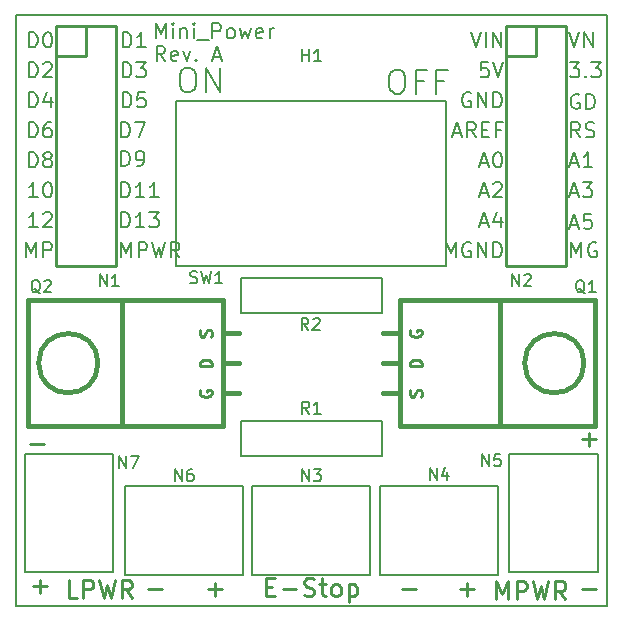
<source format=gto>
%FSLAX34Y34*%
G04 Gerber Fmt 3.4, Leading zero omitted, Abs format*
G04 (created by PCBNEW (2014-jan-25)-product) date Sat 05 Jul 2014 12:29:26 AM PDT*
%MOIN*%
G01*
G70*
G90*
G04 APERTURE LIST*
%ADD10C,0.003937*%
%ADD11C,0.010000*%
%ADD12C,0.008000*%
%ADD13C,0.015000*%
%ADD14C,0.009850*%
%ADD15C,0.009900*%
G04 APERTURE END LIST*
G54D10*
G54D11*
X46157Y-60121D02*
X46157Y-59521D01*
X46357Y-59950D01*
X46557Y-59521D01*
X46557Y-60121D01*
X46842Y-60121D02*
X46842Y-59521D01*
X47071Y-59521D01*
X47128Y-59550D01*
X47157Y-59578D01*
X47185Y-59635D01*
X47185Y-59721D01*
X47157Y-59778D01*
X47128Y-59807D01*
X47071Y-59835D01*
X46842Y-59835D01*
X47385Y-59521D02*
X47528Y-60121D01*
X47642Y-59692D01*
X47757Y-60121D01*
X47900Y-59521D01*
X48471Y-60121D02*
X48271Y-59835D01*
X48128Y-60121D02*
X48128Y-59521D01*
X48357Y-59521D01*
X48414Y-59550D01*
X48442Y-59578D01*
X48471Y-59635D01*
X48471Y-59721D01*
X48442Y-59778D01*
X48414Y-59807D01*
X48357Y-59835D01*
X48128Y-59835D01*
X32192Y-60071D02*
X31907Y-60071D01*
X31907Y-59471D01*
X32392Y-60071D02*
X32392Y-59471D01*
X32621Y-59471D01*
X32678Y-59500D01*
X32707Y-59528D01*
X32735Y-59585D01*
X32735Y-59671D01*
X32707Y-59728D01*
X32678Y-59757D01*
X32621Y-59785D01*
X32392Y-59785D01*
X32935Y-59471D02*
X33078Y-60071D01*
X33192Y-59642D01*
X33307Y-60071D01*
X33450Y-59471D01*
X34021Y-60071D02*
X33821Y-59785D01*
X33678Y-60071D02*
X33678Y-59471D01*
X33907Y-59471D01*
X33964Y-59500D01*
X33992Y-59528D01*
X34021Y-59585D01*
X34021Y-59671D01*
X33992Y-59728D01*
X33964Y-59757D01*
X33907Y-59785D01*
X33678Y-59785D01*
X38500Y-59707D02*
X38700Y-59707D01*
X38785Y-60021D02*
X38500Y-60021D01*
X38500Y-59421D01*
X38785Y-59421D01*
X39042Y-59792D02*
X39500Y-59792D01*
X39757Y-59992D02*
X39842Y-60021D01*
X39985Y-60021D01*
X40042Y-59992D01*
X40071Y-59964D01*
X40100Y-59907D01*
X40100Y-59850D01*
X40071Y-59792D01*
X40042Y-59764D01*
X39985Y-59735D01*
X39871Y-59707D01*
X39814Y-59678D01*
X39785Y-59650D01*
X39757Y-59592D01*
X39757Y-59535D01*
X39785Y-59478D01*
X39814Y-59450D01*
X39871Y-59421D01*
X40014Y-59421D01*
X40100Y-59450D01*
X40271Y-59621D02*
X40500Y-59621D01*
X40357Y-59421D02*
X40357Y-59935D01*
X40385Y-59992D01*
X40442Y-60021D01*
X40500Y-60021D01*
X40785Y-60021D02*
X40728Y-59992D01*
X40700Y-59964D01*
X40671Y-59907D01*
X40671Y-59735D01*
X40700Y-59678D01*
X40728Y-59650D01*
X40785Y-59621D01*
X40871Y-59621D01*
X40928Y-59650D01*
X40957Y-59678D01*
X40985Y-59735D01*
X40985Y-59907D01*
X40957Y-59964D01*
X40928Y-59992D01*
X40871Y-60021D01*
X40785Y-60021D01*
X41242Y-59621D02*
X41242Y-60221D01*
X41242Y-59650D02*
X41300Y-59621D01*
X41414Y-59621D01*
X41471Y-59650D01*
X41500Y-59678D01*
X41528Y-59735D01*
X41528Y-59907D01*
X41500Y-59964D01*
X41471Y-59992D01*
X41414Y-60021D01*
X41300Y-60021D01*
X41242Y-59992D01*
X43478Y-59792D02*
X43021Y-59792D01*
X49478Y-54792D02*
X49021Y-54792D01*
X49249Y-55021D02*
X49249Y-54564D01*
X49478Y-59792D02*
X49021Y-59792D01*
X45428Y-59792D02*
X44971Y-59792D01*
X45199Y-60021D02*
X45199Y-59564D01*
X35028Y-59792D02*
X34571Y-59792D01*
X37028Y-59792D02*
X36571Y-59792D01*
X36799Y-60021D02*
X36799Y-59564D01*
X31178Y-59692D02*
X30721Y-59692D01*
X30949Y-59921D02*
X30949Y-59464D01*
X31078Y-54942D02*
X30621Y-54942D01*
G54D12*
X35126Y-42176D02*
X34959Y-41938D01*
X34840Y-42176D02*
X34840Y-41676D01*
X35030Y-41676D01*
X35078Y-41700D01*
X35102Y-41723D01*
X35126Y-41771D01*
X35126Y-41842D01*
X35102Y-41890D01*
X35078Y-41914D01*
X35030Y-41938D01*
X34840Y-41938D01*
X35530Y-42152D02*
X35483Y-42176D01*
X35388Y-42176D01*
X35340Y-42152D01*
X35316Y-42104D01*
X35316Y-41914D01*
X35340Y-41866D01*
X35388Y-41842D01*
X35483Y-41842D01*
X35530Y-41866D01*
X35554Y-41914D01*
X35554Y-41961D01*
X35316Y-42009D01*
X35721Y-41842D02*
X35840Y-42176D01*
X35959Y-41842D01*
X36150Y-42128D02*
X36173Y-42152D01*
X36150Y-42176D01*
X36126Y-42152D01*
X36150Y-42128D01*
X36150Y-42176D01*
X36745Y-42033D02*
X36983Y-42033D01*
X36697Y-42176D02*
X36864Y-41676D01*
X37030Y-42176D01*
X42788Y-42461D02*
X42940Y-42461D01*
X43016Y-42500D01*
X43092Y-42576D01*
X43130Y-42728D01*
X43130Y-42995D01*
X43092Y-43147D01*
X43016Y-43223D01*
X42940Y-43261D01*
X42788Y-43261D01*
X42711Y-43223D01*
X42635Y-43147D01*
X42597Y-42995D01*
X42597Y-42728D01*
X42635Y-42576D01*
X42711Y-42500D01*
X42788Y-42461D01*
X43740Y-42842D02*
X43473Y-42842D01*
X43473Y-43261D02*
X43473Y-42461D01*
X43854Y-42461D01*
X44426Y-42842D02*
X44159Y-42842D01*
X44159Y-43261D02*
X44159Y-42461D01*
X44540Y-42461D01*
X35804Y-42411D02*
X35957Y-42411D01*
X36033Y-42450D01*
X36109Y-42526D01*
X36147Y-42678D01*
X36147Y-42945D01*
X36109Y-43097D01*
X36033Y-43173D01*
X35957Y-43211D01*
X35804Y-43211D01*
X35728Y-43173D01*
X35652Y-43097D01*
X35614Y-42945D01*
X35614Y-42678D01*
X35652Y-42526D01*
X35728Y-42450D01*
X35804Y-42411D01*
X36490Y-43211D02*
X36490Y-42411D01*
X36947Y-43211D01*
X36947Y-42411D01*
X34821Y-41426D02*
X34821Y-40926D01*
X34988Y-41283D01*
X35154Y-40926D01*
X35154Y-41426D01*
X35392Y-41426D02*
X35392Y-41092D01*
X35392Y-40926D02*
X35369Y-40950D01*
X35392Y-40973D01*
X35416Y-40950D01*
X35392Y-40926D01*
X35392Y-40973D01*
X35630Y-41092D02*
X35630Y-41426D01*
X35630Y-41140D02*
X35654Y-41116D01*
X35702Y-41092D01*
X35773Y-41092D01*
X35821Y-41116D01*
X35845Y-41164D01*
X35845Y-41426D01*
X36083Y-41426D02*
X36083Y-41092D01*
X36083Y-40926D02*
X36059Y-40950D01*
X36083Y-40973D01*
X36107Y-40950D01*
X36083Y-40926D01*
X36083Y-40973D01*
X36202Y-41473D02*
X36583Y-41473D01*
X36702Y-41426D02*
X36702Y-40926D01*
X36892Y-40926D01*
X36940Y-40950D01*
X36964Y-40973D01*
X36988Y-41021D01*
X36988Y-41092D01*
X36964Y-41140D01*
X36940Y-41164D01*
X36892Y-41188D01*
X36702Y-41188D01*
X37273Y-41426D02*
X37226Y-41402D01*
X37202Y-41378D01*
X37178Y-41330D01*
X37178Y-41188D01*
X37202Y-41140D01*
X37226Y-41116D01*
X37273Y-41092D01*
X37345Y-41092D01*
X37392Y-41116D01*
X37416Y-41140D01*
X37440Y-41188D01*
X37440Y-41330D01*
X37416Y-41378D01*
X37392Y-41402D01*
X37345Y-41426D01*
X37273Y-41426D01*
X37607Y-41092D02*
X37702Y-41426D01*
X37797Y-41188D01*
X37892Y-41426D01*
X37988Y-41092D01*
X38369Y-41402D02*
X38321Y-41426D01*
X38226Y-41426D01*
X38178Y-41402D01*
X38154Y-41354D01*
X38154Y-41164D01*
X38178Y-41116D01*
X38226Y-41092D01*
X38321Y-41092D01*
X38369Y-41116D01*
X38392Y-41164D01*
X38392Y-41211D01*
X38154Y-41259D01*
X38607Y-41426D02*
X38607Y-41092D01*
X38607Y-41188D02*
X38630Y-41140D01*
X38654Y-41116D01*
X38702Y-41092D01*
X38750Y-41092D01*
X48645Y-47633D02*
X48883Y-47633D01*
X48597Y-47776D02*
X48764Y-47276D01*
X48930Y-47776D01*
X49335Y-47276D02*
X49097Y-47276D01*
X49073Y-47514D01*
X49097Y-47490D01*
X49145Y-47466D01*
X49264Y-47466D01*
X49311Y-47490D01*
X49335Y-47514D01*
X49359Y-47561D01*
X49359Y-47680D01*
X49335Y-47728D01*
X49311Y-47752D01*
X49264Y-47776D01*
X49145Y-47776D01*
X49097Y-47752D01*
X49073Y-47728D01*
X48645Y-46583D02*
X48883Y-46583D01*
X48597Y-46726D02*
X48764Y-46226D01*
X48930Y-46726D01*
X49050Y-46226D02*
X49359Y-46226D01*
X49192Y-46416D01*
X49264Y-46416D01*
X49311Y-46440D01*
X49335Y-46464D01*
X49359Y-46511D01*
X49359Y-46630D01*
X49335Y-46678D01*
X49311Y-46702D01*
X49264Y-46726D01*
X49121Y-46726D01*
X49073Y-46702D01*
X49050Y-46678D01*
X48645Y-45583D02*
X48883Y-45583D01*
X48597Y-45726D02*
X48764Y-45226D01*
X48930Y-45726D01*
X49359Y-45726D02*
X49073Y-45726D01*
X49216Y-45726D02*
X49216Y-45226D01*
X49169Y-45297D01*
X49121Y-45345D01*
X49073Y-45369D01*
X48954Y-44726D02*
X48788Y-44488D01*
X48669Y-44726D02*
X48669Y-44226D01*
X48859Y-44226D01*
X48907Y-44250D01*
X48930Y-44273D01*
X48954Y-44321D01*
X48954Y-44392D01*
X48930Y-44440D01*
X48907Y-44464D01*
X48859Y-44488D01*
X48669Y-44488D01*
X49145Y-44702D02*
X49216Y-44726D01*
X49335Y-44726D01*
X49383Y-44702D01*
X49407Y-44678D01*
X49430Y-44630D01*
X49430Y-44583D01*
X49407Y-44535D01*
X49383Y-44511D01*
X49335Y-44488D01*
X49240Y-44464D01*
X49192Y-44440D01*
X49169Y-44416D01*
X49145Y-44369D01*
X49145Y-44321D01*
X49169Y-44273D01*
X49192Y-44250D01*
X49240Y-44226D01*
X49359Y-44226D01*
X49430Y-44250D01*
X48930Y-43300D02*
X48883Y-43276D01*
X48811Y-43276D01*
X48740Y-43300D01*
X48692Y-43347D01*
X48669Y-43395D01*
X48645Y-43490D01*
X48645Y-43561D01*
X48669Y-43657D01*
X48692Y-43704D01*
X48740Y-43752D01*
X48811Y-43776D01*
X48859Y-43776D01*
X48930Y-43752D01*
X48954Y-43728D01*
X48954Y-43561D01*
X48859Y-43561D01*
X49169Y-43776D02*
X49169Y-43276D01*
X49288Y-43276D01*
X49359Y-43300D01*
X49407Y-43347D01*
X49430Y-43395D01*
X49454Y-43490D01*
X49454Y-43561D01*
X49430Y-43657D01*
X49407Y-43704D01*
X49359Y-43752D01*
X49288Y-43776D01*
X49169Y-43776D01*
X48621Y-42226D02*
X48930Y-42226D01*
X48764Y-42416D01*
X48835Y-42416D01*
X48883Y-42440D01*
X48907Y-42464D01*
X48930Y-42511D01*
X48930Y-42630D01*
X48907Y-42678D01*
X48883Y-42702D01*
X48835Y-42726D01*
X48692Y-42726D01*
X48645Y-42702D01*
X48621Y-42678D01*
X49145Y-42678D02*
X49169Y-42702D01*
X49145Y-42726D01*
X49121Y-42702D01*
X49145Y-42678D01*
X49145Y-42726D01*
X49335Y-42226D02*
X49645Y-42226D01*
X49478Y-42416D01*
X49550Y-42416D01*
X49597Y-42440D01*
X49621Y-42464D01*
X49645Y-42511D01*
X49645Y-42630D01*
X49621Y-42678D01*
X49597Y-42702D01*
X49550Y-42726D01*
X49407Y-42726D01*
X49359Y-42702D01*
X49335Y-42678D01*
X48597Y-41226D02*
X48764Y-41726D01*
X48930Y-41226D01*
X49097Y-41726D02*
X49097Y-41226D01*
X49383Y-41726D01*
X49383Y-41226D01*
X48669Y-48726D02*
X48669Y-48226D01*
X48835Y-48583D01*
X49002Y-48226D01*
X49002Y-48726D01*
X49502Y-48250D02*
X49454Y-48226D01*
X49383Y-48226D01*
X49311Y-48250D01*
X49264Y-48297D01*
X49240Y-48345D01*
X49216Y-48440D01*
X49216Y-48511D01*
X49240Y-48607D01*
X49264Y-48654D01*
X49311Y-48702D01*
X49383Y-48726D01*
X49430Y-48726D01*
X49502Y-48702D01*
X49526Y-48678D01*
X49526Y-48511D01*
X49430Y-48511D01*
X33669Y-48726D02*
X33669Y-48226D01*
X33835Y-48583D01*
X34002Y-48226D01*
X34002Y-48726D01*
X34240Y-48726D02*
X34240Y-48226D01*
X34430Y-48226D01*
X34478Y-48250D01*
X34502Y-48273D01*
X34526Y-48321D01*
X34526Y-48392D01*
X34502Y-48440D01*
X34478Y-48464D01*
X34430Y-48488D01*
X34240Y-48488D01*
X34692Y-48226D02*
X34811Y-48726D01*
X34907Y-48369D01*
X35002Y-48726D01*
X35121Y-48226D01*
X35597Y-48726D02*
X35430Y-48488D01*
X35311Y-48726D02*
X35311Y-48226D01*
X35502Y-48226D01*
X35550Y-48250D01*
X35573Y-48273D01*
X35597Y-48321D01*
X35597Y-48392D01*
X35573Y-48440D01*
X35550Y-48464D01*
X35502Y-48488D01*
X35311Y-48488D01*
X33669Y-47726D02*
X33669Y-47226D01*
X33788Y-47226D01*
X33859Y-47250D01*
X33907Y-47297D01*
X33930Y-47345D01*
X33954Y-47440D01*
X33954Y-47511D01*
X33930Y-47607D01*
X33907Y-47654D01*
X33859Y-47702D01*
X33788Y-47726D01*
X33669Y-47726D01*
X34430Y-47726D02*
X34145Y-47726D01*
X34288Y-47726D02*
X34288Y-47226D01*
X34240Y-47297D01*
X34192Y-47345D01*
X34145Y-47369D01*
X34597Y-47226D02*
X34907Y-47226D01*
X34740Y-47416D01*
X34811Y-47416D01*
X34859Y-47440D01*
X34883Y-47464D01*
X34907Y-47511D01*
X34907Y-47630D01*
X34883Y-47678D01*
X34859Y-47702D01*
X34811Y-47726D01*
X34669Y-47726D01*
X34621Y-47702D01*
X34597Y-47678D01*
X33669Y-46726D02*
X33669Y-46226D01*
X33788Y-46226D01*
X33859Y-46250D01*
X33907Y-46297D01*
X33930Y-46345D01*
X33954Y-46440D01*
X33954Y-46511D01*
X33930Y-46607D01*
X33907Y-46654D01*
X33859Y-46702D01*
X33788Y-46726D01*
X33669Y-46726D01*
X34430Y-46726D02*
X34145Y-46726D01*
X34288Y-46726D02*
X34288Y-46226D01*
X34240Y-46297D01*
X34192Y-46345D01*
X34145Y-46369D01*
X34907Y-46726D02*
X34621Y-46726D01*
X34764Y-46726D02*
X34764Y-46226D01*
X34716Y-46297D01*
X34669Y-46345D01*
X34621Y-46369D01*
X33669Y-45676D02*
X33669Y-45176D01*
X33788Y-45176D01*
X33859Y-45200D01*
X33907Y-45247D01*
X33930Y-45295D01*
X33954Y-45390D01*
X33954Y-45461D01*
X33930Y-45557D01*
X33907Y-45604D01*
X33859Y-45652D01*
X33788Y-45676D01*
X33669Y-45676D01*
X34192Y-45676D02*
X34288Y-45676D01*
X34335Y-45652D01*
X34359Y-45628D01*
X34407Y-45557D01*
X34430Y-45461D01*
X34430Y-45271D01*
X34407Y-45223D01*
X34383Y-45200D01*
X34335Y-45176D01*
X34240Y-45176D01*
X34192Y-45200D01*
X34169Y-45223D01*
X34145Y-45271D01*
X34145Y-45390D01*
X34169Y-45438D01*
X34192Y-45461D01*
X34240Y-45485D01*
X34335Y-45485D01*
X34383Y-45461D01*
X34407Y-45438D01*
X34430Y-45390D01*
X33669Y-44726D02*
X33669Y-44226D01*
X33788Y-44226D01*
X33859Y-44250D01*
X33907Y-44297D01*
X33930Y-44345D01*
X33954Y-44440D01*
X33954Y-44511D01*
X33930Y-44607D01*
X33907Y-44654D01*
X33859Y-44702D01*
X33788Y-44726D01*
X33669Y-44726D01*
X34121Y-44226D02*
X34454Y-44226D01*
X34240Y-44726D01*
X33719Y-43726D02*
X33719Y-43226D01*
X33838Y-43226D01*
X33909Y-43250D01*
X33957Y-43297D01*
X33980Y-43345D01*
X34004Y-43440D01*
X34004Y-43511D01*
X33980Y-43607D01*
X33957Y-43654D01*
X33909Y-43702D01*
X33838Y-43726D01*
X33719Y-43726D01*
X34457Y-43226D02*
X34219Y-43226D01*
X34195Y-43464D01*
X34219Y-43440D01*
X34266Y-43416D01*
X34385Y-43416D01*
X34433Y-43440D01*
X34457Y-43464D01*
X34480Y-43511D01*
X34480Y-43630D01*
X34457Y-43678D01*
X34433Y-43702D01*
X34385Y-43726D01*
X34266Y-43726D01*
X34219Y-43702D01*
X34195Y-43678D01*
X33719Y-42726D02*
X33719Y-42226D01*
X33838Y-42226D01*
X33909Y-42250D01*
X33957Y-42297D01*
X33980Y-42345D01*
X34004Y-42440D01*
X34004Y-42511D01*
X33980Y-42607D01*
X33957Y-42654D01*
X33909Y-42702D01*
X33838Y-42726D01*
X33719Y-42726D01*
X34171Y-42226D02*
X34480Y-42226D01*
X34314Y-42416D01*
X34385Y-42416D01*
X34433Y-42440D01*
X34457Y-42464D01*
X34480Y-42511D01*
X34480Y-42630D01*
X34457Y-42678D01*
X34433Y-42702D01*
X34385Y-42726D01*
X34242Y-42726D01*
X34195Y-42702D01*
X34171Y-42678D01*
X33719Y-41726D02*
X33719Y-41226D01*
X33838Y-41226D01*
X33909Y-41250D01*
X33957Y-41297D01*
X33980Y-41345D01*
X34004Y-41440D01*
X34004Y-41511D01*
X33980Y-41607D01*
X33957Y-41654D01*
X33909Y-41702D01*
X33838Y-41726D01*
X33719Y-41726D01*
X34480Y-41726D02*
X34195Y-41726D01*
X34338Y-41726D02*
X34338Y-41226D01*
X34290Y-41297D01*
X34242Y-41345D01*
X34195Y-41369D01*
X44473Y-48726D02*
X44473Y-48226D01*
X44640Y-48583D01*
X44807Y-48226D01*
X44807Y-48726D01*
X45307Y-48250D02*
X45259Y-48226D01*
X45188Y-48226D01*
X45116Y-48250D01*
X45069Y-48297D01*
X45045Y-48345D01*
X45021Y-48440D01*
X45021Y-48511D01*
X45045Y-48607D01*
X45069Y-48654D01*
X45116Y-48702D01*
X45188Y-48726D01*
X45235Y-48726D01*
X45307Y-48702D01*
X45330Y-48678D01*
X45330Y-48511D01*
X45235Y-48511D01*
X45545Y-48726D02*
X45545Y-48226D01*
X45830Y-48726D01*
X45830Y-48226D01*
X46069Y-48726D02*
X46069Y-48226D01*
X46188Y-48226D01*
X46259Y-48250D01*
X46307Y-48297D01*
X46330Y-48345D01*
X46354Y-48440D01*
X46354Y-48511D01*
X46330Y-48607D01*
X46307Y-48654D01*
X46259Y-48702D01*
X46188Y-48726D01*
X46069Y-48726D01*
X45640Y-47583D02*
X45878Y-47583D01*
X45592Y-47726D02*
X45759Y-47226D01*
X45926Y-47726D01*
X46307Y-47392D02*
X46307Y-47726D01*
X46188Y-47202D02*
X46069Y-47559D01*
X46378Y-47559D01*
X45640Y-46583D02*
X45878Y-46583D01*
X45592Y-46726D02*
X45759Y-46226D01*
X45926Y-46726D01*
X46069Y-46273D02*
X46092Y-46250D01*
X46140Y-46226D01*
X46259Y-46226D01*
X46307Y-46250D01*
X46330Y-46273D01*
X46354Y-46321D01*
X46354Y-46369D01*
X46330Y-46440D01*
X46045Y-46726D01*
X46354Y-46726D01*
X45640Y-45583D02*
X45878Y-45583D01*
X45592Y-45726D02*
X45759Y-45226D01*
X45926Y-45726D01*
X46188Y-45226D02*
X46235Y-45226D01*
X46283Y-45250D01*
X46307Y-45273D01*
X46330Y-45321D01*
X46354Y-45416D01*
X46354Y-45535D01*
X46330Y-45630D01*
X46307Y-45678D01*
X46283Y-45702D01*
X46235Y-45726D01*
X46188Y-45726D01*
X46140Y-45702D01*
X46116Y-45678D01*
X46092Y-45630D01*
X46069Y-45535D01*
X46069Y-45416D01*
X46092Y-45321D01*
X46116Y-45273D01*
X46140Y-45250D01*
X46188Y-45226D01*
X44735Y-44583D02*
X44973Y-44583D01*
X44688Y-44726D02*
X44854Y-44226D01*
X45021Y-44726D01*
X45473Y-44726D02*
X45307Y-44488D01*
X45188Y-44726D02*
X45188Y-44226D01*
X45378Y-44226D01*
X45426Y-44250D01*
X45450Y-44273D01*
X45473Y-44321D01*
X45473Y-44392D01*
X45450Y-44440D01*
X45426Y-44464D01*
X45378Y-44488D01*
X45188Y-44488D01*
X45688Y-44464D02*
X45854Y-44464D01*
X45926Y-44726D02*
X45688Y-44726D01*
X45688Y-44226D01*
X45926Y-44226D01*
X46307Y-44464D02*
X46140Y-44464D01*
X46140Y-44726D02*
X46140Y-44226D01*
X46378Y-44226D01*
X45307Y-43250D02*
X45259Y-43226D01*
X45188Y-43226D01*
X45116Y-43250D01*
X45069Y-43297D01*
X45045Y-43345D01*
X45021Y-43440D01*
X45021Y-43511D01*
X45045Y-43607D01*
X45069Y-43654D01*
X45116Y-43702D01*
X45188Y-43726D01*
X45235Y-43726D01*
X45307Y-43702D01*
X45330Y-43678D01*
X45330Y-43511D01*
X45235Y-43511D01*
X45545Y-43726D02*
X45545Y-43226D01*
X45830Y-43726D01*
X45830Y-43226D01*
X46069Y-43726D02*
X46069Y-43226D01*
X46188Y-43226D01*
X46259Y-43250D01*
X46307Y-43297D01*
X46330Y-43345D01*
X46354Y-43440D01*
X46354Y-43511D01*
X46330Y-43607D01*
X46307Y-43654D01*
X46259Y-43702D01*
X46188Y-43726D01*
X46069Y-43726D01*
X45902Y-42226D02*
X45664Y-42226D01*
X45640Y-42464D01*
X45664Y-42440D01*
X45711Y-42416D01*
X45830Y-42416D01*
X45878Y-42440D01*
X45902Y-42464D01*
X45926Y-42511D01*
X45926Y-42630D01*
X45902Y-42678D01*
X45878Y-42702D01*
X45830Y-42726D01*
X45711Y-42726D01*
X45664Y-42702D01*
X45640Y-42678D01*
X46069Y-42226D02*
X46235Y-42726D01*
X46402Y-42226D01*
X45307Y-41226D02*
X45473Y-41726D01*
X45640Y-41226D01*
X45807Y-41726D02*
X45807Y-41226D01*
X46045Y-41726D02*
X46045Y-41226D01*
X46330Y-41726D01*
X46330Y-41226D01*
X30497Y-48726D02*
X30497Y-48226D01*
X30664Y-48583D01*
X30830Y-48226D01*
X30830Y-48726D01*
X31069Y-48726D02*
X31069Y-48226D01*
X31259Y-48226D01*
X31307Y-48250D01*
X31330Y-48273D01*
X31354Y-48321D01*
X31354Y-48392D01*
X31330Y-48440D01*
X31307Y-48464D01*
X31259Y-48488D01*
X31069Y-48488D01*
X30878Y-47726D02*
X30592Y-47726D01*
X30735Y-47726D02*
X30735Y-47226D01*
X30688Y-47297D01*
X30640Y-47345D01*
X30592Y-47369D01*
X31069Y-47273D02*
X31092Y-47250D01*
X31140Y-47226D01*
X31259Y-47226D01*
X31307Y-47250D01*
X31330Y-47273D01*
X31354Y-47321D01*
X31354Y-47369D01*
X31330Y-47440D01*
X31045Y-47726D01*
X31354Y-47726D01*
X30878Y-46726D02*
X30592Y-46726D01*
X30735Y-46726D02*
X30735Y-46226D01*
X30688Y-46297D01*
X30640Y-46345D01*
X30592Y-46369D01*
X31188Y-46226D02*
X31235Y-46226D01*
X31283Y-46250D01*
X31307Y-46273D01*
X31330Y-46321D01*
X31354Y-46416D01*
X31354Y-46535D01*
X31330Y-46630D01*
X31307Y-46678D01*
X31283Y-46702D01*
X31235Y-46726D01*
X31188Y-46726D01*
X31140Y-46702D01*
X31116Y-46678D01*
X31092Y-46630D01*
X31069Y-46535D01*
X31069Y-46416D01*
X31092Y-46321D01*
X31116Y-46273D01*
X31140Y-46250D01*
X31188Y-46226D01*
X30592Y-45726D02*
X30592Y-45226D01*
X30711Y-45226D01*
X30783Y-45250D01*
X30830Y-45297D01*
X30854Y-45345D01*
X30878Y-45440D01*
X30878Y-45511D01*
X30854Y-45607D01*
X30830Y-45654D01*
X30783Y-45702D01*
X30711Y-45726D01*
X30592Y-45726D01*
X31164Y-45440D02*
X31116Y-45416D01*
X31092Y-45392D01*
X31069Y-45345D01*
X31069Y-45321D01*
X31092Y-45273D01*
X31116Y-45250D01*
X31164Y-45226D01*
X31259Y-45226D01*
X31307Y-45250D01*
X31330Y-45273D01*
X31354Y-45321D01*
X31354Y-45345D01*
X31330Y-45392D01*
X31307Y-45416D01*
X31259Y-45440D01*
X31164Y-45440D01*
X31116Y-45464D01*
X31092Y-45488D01*
X31069Y-45535D01*
X31069Y-45630D01*
X31092Y-45678D01*
X31116Y-45702D01*
X31164Y-45726D01*
X31259Y-45726D01*
X31307Y-45702D01*
X31330Y-45678D01*
X31354Y-45630D01*
X31354Y-45535D01*
X31330Y-45488D01*
X31307Y-45464D01*
X31259Y-45440D01*
X30592Y-44726D02*
X30592Y-44226D01*
X30711Y-44226D01*
X30783Y-44250D01*
X30830Y-44297D01*
X30854Y-44345D01*
X30878Y-44440D01*
X30878Y-44511D01*
X30854Y-44607D01*
X30830Y-44654D01*
X30783Y-44702D01*
X30711Y-44726D01*
X30592Y-44726D01*
X31307Y-44226D02*
X31211Y-44226D01*
X31164Y-44250D01*
X31140Y-44273D01*
X31092Y-44345D01*
X31069Y-44440D01*
X31069Y-44630D01*
X31092Y-44678D01*
X31116Y-44702D01*
X31164Y-44726D01*
X31259Y-44726D01*
X31307Y-44702D01*
X31330Y-44678D01*
X31354Y-44630D01*
X31354Y-44511D01*
X31330Y-44464D01*
X31307Y-44440D01*
X31259Y-44416D01*
X31164Y-44416D01*
X31116Y-44440D01*
X31092Y-44464D01*
X31069Y-44511D01*
X30592Y-43726D02*
X30592Y-43226D01*
X30711Y-43226D01*
X30783Y-43250D01*
X30830Y-43297D01*
X30854Y-43345D01*
X30878Y-43440D01*
X30878Y-43511D01*
X30854Y-43607D01*
X30830Y-43654D01*
X30783Y-43702D01*
X30711Y-43726D01*
X30592Y-43726D01*
X31307Y-43392D02*
X31307Y-43726D01*
X31188Y-43202D02*
X31069Y-43559D01*
X31378Y-43559D01*
X30592Y-42726D02*
X30592Y-42226D01*
X30711Y-42226D01*
X30783Y-42250D01*
X30830Y-42297D01*
X30854Y-42345D01*
X30878Y-42440D01*
X30878Y-42511D01*
X30854Y-42607D01*
X30830Y-42654D01*
X30783Y-42702D01*
X30711Y-42726D01*
X30592Y-42726D01*
X31069Y-42273D02*
X31092Y-42250D01*
X31140Y-42226D01*
X31259Y-42226D01*
X31307Y-42250D01*
X31330Y-42273D01*
X31354Y-42321D01*
X31354Y-42369D01*
X31330Y-42440D01*
X31045Y-42726D01*
X31354Y-42726D01*
X30592Y-41726D02*
X30592Y-41226D01*
X30711Y-41226D01*
X30783Y-41250D01*
X30830Y-41297D01*
X30854Y-41345D01*
X30878Y-41440D01*
X30878Y-41511D01*
X30854Y-41607D01*
X30830Y-41654D01*
X30783Y-41702D01*
X30711Y-41726D01*
X30592Y-41726D01*
X31188Y-41226D02*
X31235Y-41226D01*
X31283Y-41250D01*
X31307Y-41273D01*
X31330Y-41321D01*
X31354Y-41416D01*
X31354Y-41535D01*
X31330Y-41630D01*
X31307Y-41678D01*
X31283Y-41702D01*
X31235Y-41726D01*
X31188Y-41726D01*
X31140Y-41702D01*
X31116Y-41678D01*
X31092Y-41630D01*
X31069Y-41535D01*
X31069Y-41416D01*
X31092Y-41321D01*
X31116Y-41273D01*
X31140Y-41250D01*
X31188Y-41226D01*
X49842Y-40657D02*
X49842Y-60342D01*
X49842Y-60342D02*
X30157Y-60342D01*
X30157Y-40657D02*
X30157Y-60342D01*
X30157Y-40657D02*
X49842Y-40657D01*
G54D11*
X33500Y-49000D02*
X33500Y-41000D01*
X31500Y-42000D02*
X31500Y-49000D01*
X33500Y-49000D02*
X31500Y-49000D01*
X33500Y-41000D02*
X32500Y-41000D01*
X31500Y-41000D02*
X31500Y-42000D01*
X32500Y-41000D02*
X32500Y-42000D01*
X32500Y-42000D02*
X31500Y-42000D01*
X31500Y-41000D02*
X32500Y-41000D01*
X48500Y-49000D02*
X48500Y-41000D01*
X46500Y-42000D02*
X46500Y-49000D01*
X48500Y-49000D02*
X46500Y-49000D01*
X48500Y-41000D02*
X47500Y-41000D01*
X46500Y-41000D02*
X46500Y-42000D01*
X47500Y-41000D02*
X47500Y-42000D01*
X47500Y-42000D02*
X46500Y-42000D01*
X46500Y-41000D02*
X47500Y-41000D01*
G54D12*
X46596Y-59218D02*
X49549Y-59218D01*
X49549Y-59218D02*
X49549Y-55281D01*
X49549Y-55281D02*
X46596Y-55281D01*
X46596Y-55281D02*
X46596Y-59218D01*
X33781Y-56346D02*
X33781Y-59299D01*
X33781Y-59299D02*
X37718Y-59299D01*
X37718Y-59299D02*
X37718Y-56346D01*
X37718Y-56346D02*
X33781Y-56346D01*
X33403Y-55281D02*
X30450Y-55281D01*
X30450Y-55281D02*
X30450Y-59218D01*
X30450Y-59218D02*
X33403Y-59218D01*
X33403Y-59218D02*
X33403Y-55281D01*
G54D13*
X42950Y-51250D02*
X42400Y-51250D01*
X42950Y-52250D02*
X42400Y-52250D01*
X42950Y-53250D02*
X42400Y-53250D01*
X49089Y-52250D02*
G75*
G03X49089Y-52250I-989J0D01*
G74*
G01*
X46300Y-54350D02*
X49450Y-54350D01*
X49450Y-54350D02*
X49450Y-50150D01*
X49450Y-50150D02*
X46300Y-50150D01*
X42950Y-54350D02*
X46300Y-54350D01*
X46300Y-54350D02*
X46300Y-50150D01*
X46300Y-50150D02*
X42950Y-50150D01*
X42950Y-52250D02*
X42950Y-50150D01*
X42950Y-52250D02*
X42950Y-54350D01*
X37050Y-53250D02*
X37600Y-53250D01*
X37050Y-52250D02*
X37600Y-52250D01*
X37050Y-51250D02*
X37600Y-51250D01*
X32889Y-52250D02*
G75*
G03X32889Y-52250I-989J0D01*
G74*
G01*
X33700Y-50150D02*
X30550Y-50150D01*
X30550Y-50150D02*
X30550Y-54350D01*
X30550Y-54350D02*
X33700Y-54350D01*
X37050Y-50150D02*
X33700Y-50150D01*
X33700Y-50150D02*
X33700Y-54350D01*
X33700Y-54350D02*
X37050Y-54350D01*
X37050Y-52250D02*
X37050Y-54350D01*
X37050Y-52250D02*
X37050Y-50150D01*
G54D12*
X42360Y-54160D02*
X37640Y-54160D01*
X37640Y-54160D02*
X37640Y-55340D01*
X37640Y-55340D02*
X42360Y-55340D01*
X42360Y-55340D02*
X42360Y-54160D01*
X42360Y-49410D02*
X37640Y-49410D01*
X37640Y-49410D02*
X37640Y-50590D01*
X37640Y-50590D02*
X42360Y-50590D01*
X42360Y-50590D02*
X42360Y-49410D01*
X35500Y-43500D02*
X35500Y-49000D01*
X35500Y-49000D02*
X44500Y-49000D01*
X44500Y-49000D02*
X44500Y-43500D01*
X44500Y-43500D02*
X35500Y-43500D01*
X38031Y-56346D02*
X38031Y-59299D01*
X38031Y-59299D02*
X41968Y-59299D01*
X41968Y-59299D02*
X41968Y-56346D01*
X41968Y-56346D02*
X38031Y-56346D01*
X42281Y-56346D02*
X42281Y-59299D01*
X42281Y-59299D02*
X46218Y-59299D01*
X46218Y-59299D02*
X46218Y-56346D01*
X46218Y-56346D02*
X42281Y-56346D01*
X39695Y-42180D02*
X39695Y-41780D01*
X39695Y-41971D02*
X39923Y-41971D01*
X39923Y-42180D02*
X39923Y-41780D01*
X40323Y-42180D02*
X40095Y-42180D01*
X40209Y-42180D02*
X40209Y-41780D01*
X40171Y-41838D01*
X40133Y-41876D01*
X40095Y-41895D01*
X32945Y-49680D02*
X32945Y-49280D01*
X33173Y-49680D01*
X33173Y-49280D01*
X33573Y-49680D02*
X33345Y-49680D01*
X33459Y-49680D02*
X33459Y-49280D01*
X33421Y-49338D01*
X33383Y-49376D01*
X33345Y-49395D01*
X46695Y-49680D02*
X46695Y-49280D01*
X46923Y-49680D01*
X46923Y-49280D01*
X47095Y-49319D02*
X47114Y-49300D01*
X47152Y-49280D01*
X47247Y-49280D01*
X47285Y-49300D01*
X47304Y-49319D01*
X47323Y-49357D01*
X47323Y-49395D01*
X47304Y-49452D01*
X47076Y-49680D01*
X47323Y-49680D01*
X45695Y-55680D02*
X45695Y-55280D01*
X45923Y-55680D01*
X45923Y-55280D01*
X46304Y-55280D02*
X46114Y-55280D01*
X46095Y-55471D01*
X46114Y-55452D01*
X46152Y-55433D01*
X46247Y-55433D01*
X46285Y-55452D01*
X46304Y-55471D01*
X46323Y-55509D01*
X46323Y-55604D01*
X46304Y-55642D01*
X46285Y-55661D01*
X46247Y-55680D01*
X46152Y-55680D01*
X46114Y-55661D01*
X46095Y-55642D01*
X35445Y-56180D02*
X35445Y-55780D01*
X35673Y-56180D01*
X35673Y-55780D01*
X36035Y-55780D02*
X35959Y-55780D01*
X35921Y-55800D01*
X35902Y-55819D01*
X35864Y-55876D01*
X35845Y-55952D01*
X35845Y-56104D01*
X35864Y-56142D01*
X35883Y-56161D01*
X35921Y-56180D01*
X35997Y-56180D01*
X36035Y-56161D01*
X36054Y-56142D01*
X36073Y-56104D01*
X36073Y-56009D01*
X36054Y-55971D01*
X36035Y-55952D01*
X35997Y-55933D01*
X35921Y-55933D01*
X35883Y-55952D01*
X35864Y-55971D01*
X35845Y-56009D01*
X33595Y-55730D02*
X33595Y-55330D01*
X33823Y-55730D01*
X33823Y-55330D01*
X33976Y-55330D02*
X34242Y-55330D01*
X34071Y-55730D01*
X49111Y-49919D02*
X49073Y-49900D01*
X49035Y-49861D01*
X48978Y-49804D01*
X48940Y-49785D01*
X48902Y-49785D01*
X48921Y-49880D02*
X48883Y-49861D01*
X48845Y-49823D01*
X48826Y-49747D01*
X48826Y-49614D01*
X48845Y-49538D01*
X48883Y-49500D01*
X48921Y-49480D01*
X48997Y-49480D01*
X49035Y-49500D01*
X49073Y-49538D01*
X49092Y-49614D01*
X49092Y-49747D01*
X49073Y-49823D01*
X49035Y-49861D01*
X48997Y-49880D01*
X48921Y-49880D01*
X49473Y-49880D02*
X49245Y-49880D01*
X49359Y-49880D02*
X49359Y-49480D01*
X49321Y-49538D01*
X49283Y-49576D01*
X49245Y-49595D01*
G54D14*
X43303Y-51146D02*
X43284Y-51184D01*
X43284Y-51240D01*
X43303Y-51296D01*
X43340Y-51334D01*
X43378Y-51353D01*
X43453Y-51371D01*
X43509Y-51371D01*
X43584Y-51353D01*
X43621Y-51334D01*
X43659Y-51296D01*
X43678Y-51240D01*
X43678Y-51203D01*
X43659Y-51146D01*
X43640Y-51128D01*
X43509Y-51128D01*
X43509Y-51203D01*
G54D15*
G54D14*
X43659Y-53362D02*
X43678Y-53306D01*
X43678Y-53212D01*
X43659Y-53174D01*
X43640Y-53156D01*
X43603Y-53137D01*
X43565Y-53137D01*
X43528Y-53156D01*
X43509Y-53174D01*
X43490Y-53212D01*
X43471Y-53287D01*
X43453Y-53325D01*
X43434Y-53343D01*
X43396Y-53362D01*
X43359Y-53362D01*
X43321Y-53343D01*
X43303Y-53325D01*
X43284Y-53287D01*
X43284Y-53193D01*
X43303Y-53137D01*
G54D15*
G54D14*
X43678Y-52353D02*
X43284Y-52353D01*
X43284Y-52259D01*
X43303Y-52203D01*
X43340Y-52165D01*
X43378Y-52146D01*
X43453Y-52128D01*
X43509Y-52128D01*
X43584Y-52146D01*
X43621Y-52165D01*
X43659Y-52203D01*
X43678Y-52259D01*
X43678Y-52353D01*
G54D15*
G54D12*
X30961Y-49919D02*
X30923Y-49900D01*
X30885Y-49861D01*
X30828Y-49804D01*
X30790Y-49785D01*
X30752Y-49785D01*
X30771Y-49880D02*
X30733Y-49861D01*
X30695Y-49823D01*
X30676Y-49747D01*
X30676Y-49614D01*
X30695Y-49538D01*
X30733Y-49500D01*
X30771Y-49480D01*
X30847Y-49480D01*
X30885Y-49500D01*
X30923Y-49538D01*
X30942Y-49614D01*
X30942Y-49747D01*
X30923Y-49823D01*
X30885Y-49861D01*
X30847Y-49880D01*
X30771Y-49880D01*
X31095Y-49519D02*
X31114Y-49500D01*
X31152Y-49480D01*
X31247Y-49480D01*
X31285Y-49500D01*
X31304Y-49519D01*
X31323Y-49557D01*
X31323Y-49595D01*
X31304Y-49652D01*
X31076Y-49880D01*
X31323Y-49880D01*
G54D14*
X36303Y-53146D02*
X36284Y-53184D01*
X36284Y-53240D01*
X36303Y-53296D01*
X36340Y-53334D01*
X36378Y-53353D01*
X36453Y-53371D01*
X36509Y-53371D01*
X36584Y-53353D01*
X36621Y-53334D01*
X36659Y-53296D01*
X36678Y-53240D01*
X36678Y-53203D01*
X36659Y-53146D01*
X36640Y-53128D01*
X36509Y-53128D01*
X36509Y-53203D01*
G54D15*
G54D14*
X36659Y-51362D02*
X36678Y-51306D01*
X36678Y-51212D01*
X36659Y-51174D01*
X36640Y-51156D01*
X36603Y-51137D01*
X36565Y-51137D01*
X36528Y-51156D01*
X36509Y-51174D01*
X36490Y-51212D01*
X36471Y-51287D01*
X36453Y-51325D01*
X36434Y-51343D01*
X36396Y-51362D01*
X36359Y-51362D01*
X36321Y-51343D01*
X36303Y-51325D01*
X36284Y-51287D01*
X36284Y-51193D01*
X36303Y-51137D01*
G54D15*
G54D14*
X36678Y-52353D02*
X36284Y-52353D01*
X36284Y-52259D01*
X36303Y-52203D01*
X36340Y-52165D01*
X36378Y-52146D01*
X36453Y-52128D01*
X36509Y-52128D01*
X36584Y-52146D01*
X36621Y-52165D01*
X36659Y-52203D01*
X36678Y-52259D01*
X36678Y-52353D01*
G54D15*
G54D12*
X39933Y-53930D02*
X39800Y-53740D01*
X39704Y-53930D02*
X39704Y-53530D01*
X39857Y-53530D01*
X39895Y-53550D01*
X39914Y-53569D01*
X39933Y-53607D01*
X39933Y-53664D01*
X39914Y-53702D01*
X39895Y-53721D01*
X39857Y-53740D01*
X39704Y-53740D01*
X40314Y-53930D02*
X40085Y-53930D01*
X40200Y-53930D02*
X40200Y-53530D01*
X40161Y-53588D01*
X40123Y-53626D01*
X40085Y-53645D01*
X39903Y-51145D02*
X39770Y-50955D01*
X39675Y-51145D02*
X39675Y-50745D01*
X39827Y-50745D01*
X39865Y-50764D01*
X39884Y-50783D01*
X39903Y-50821D01*
X39903Y-50878D01*
X39884Y-50916D01*
X39865Y-50935D01*
X39827Y-50955D01*
X39675Y-50955D01*
X40056Y-50783D02*
X40075Y-50764D01*
X40113Y-50745D01*
X40208Y-50745D01*
X40246Y-50764D01*
X40265Y-50783D01*
X40284Y-50821D01*
X40284Y-50859D01*
X40265Y-50916D01*
X40037Y-51145D01*
X40284Y-51145D01*
X35966Y-49561D02*
X36023Y-49580D01*
X36119Y-49580D01*
X36157Y-49561D01*
X36176Y-49542D01*
X36195Y-49504D01*
X36195Y-49466D01*
X36176Y-49428D01*
X36157Y-49409D01*
X36119Y-49390D01*
X36042Y-49371D01*
X36004Y-49352D01*
X35985Y-49333D01*
X35966Y-49295D01*
X35966Y-49257D01*
X35985Y-49219D01*
X36004Y-49200D01*
X36042Y-49180D01*
X36138Y-49180D01*
X36195Y-49200D01*
X36328Y-49180D02*
X36423Y-49580D01*
X36500Y-49295D01*
X36576Y-49580D01*
X36671Y-49180D01*
X37033Y-49580D02*
X36804Y-49580D01*
X36919Y-49580D02*
X36919Y-49180D01*
X36880Y-49238D01*
X36842Y-49276D01*
X36804Y-49295D01*
X39695Y-56180D02*
X39695Y-55780D01*
X39923Y-56180D01*
X39923Y-55780D01*
X40076Y-55780D02*
X40323Y-55780D01*
X40190Y-55933D01*
X40247Y-55933D01*
X40285Y-55952D01*
X40304Y-55971D01*
X40323Y-56009D01*
X40323Y-56104D01*
X40304Y-56142D01*
X40285Y-56161D01*
X40247Y-56180D01*
X40133Y-56180D01*
X40095Y-56161D01*
X40076Y-56142D01*
X43945Y-56130D02*
X43945Y-55730D01*
X44173Y-56130D01*
X44173Y-55730D01*
X44535Y-55864D02*
X44535Y-56130D01*
X44440Y-55711D02*
X44345Y-55997D01*
X44592Y-55997D01*
M02*

</source>
